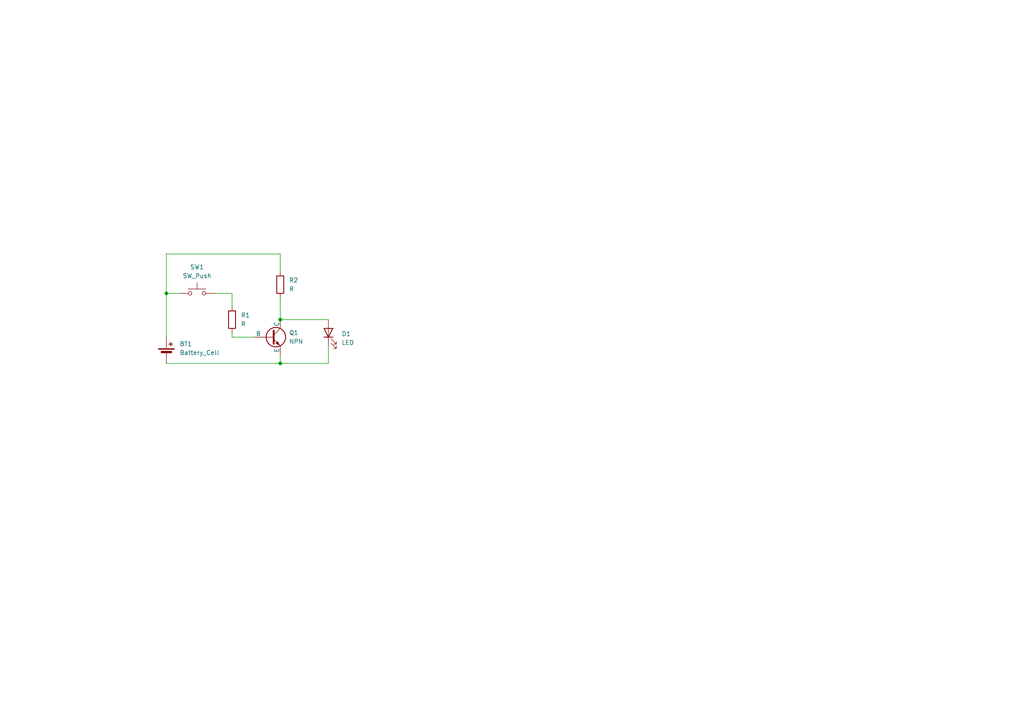
<source format=kicad_sch>
(kicad_sch
	(version 20250114)
	(generator "eeschema")
	(generator_version "9.0")
	(uuid "e9940643-e14e-4370-b4aa-6f67e724c5b5")
	(paper "A4")
	(lib_symbols
		(symbol "Device:Battery_Cell"
			(pin_numbers
				(hide yes)
			)
			(pin_names
				(offset 0)
				(hide yes)
			)
			(exclude_from_sim no)
			(in_bom yes)
			(on_board yes)
			(property "Reference" "BT"
				(at 2.54 2.54 0)
				(effects
					(font
						(size 1.27 1.27)
					)
					(justify left)
				)
			)
			(property "Value" "Battery_Cell"
				(at 2.54 0 0)
				(effects
					(font
						(size 1.27 1.27)
					)
					(justify left)
				)
			)
			(property "Footprint" ""
				(at 0 1.524 90)
				(effects
					(font
						(size 1.27 1.27)
					)
					(hide yes)
				)
			)
			(property "Datasheet" "~"
				(at 0 1.524 90)
				(effects
					(font
						(size 1.27 1.27)
					)
					(hide yes)
				)
			)
			(property "Description" "Single-cell battery"
				(at 0 0 0)
				(effects
					(font
						(size 1.27 1.27)
					)
					(hide yes)
				)
			)
			(property "ki_keywords" "battery cell"
				(at 0 0 0)
				(effects
					(font
						(size 1.27 1.27)
					)
					(hide yes)
				)
			)
			(symbol "Battery_Cell_0_1"
				(rectangle
					(start -2.286 1.778)
					(end 2.286 1.524)
					(stroke
						(width 0)
						(type default)
					)
					(fill
						(type outline)
					)
				)
				(rectangle
					(start -1.524 1.016)
					(end 1.524 0.508)
					(stroke
						(width 0)
						(type default)
					)
					(fill
						(type outline)
					)
				)
				(polyline
					(pts
						(xy 0 1.778) (xy 0 2.54)
					)
					(stroke
						(width 0)
						(type default)
					)
					(fill
						(type none)
					)
				)
				(polyline
					(pts
						(xy 0 0.762) (xy 0 0)
					)
					(stroke
						(width 0)
						(type default)
					)
					(fill
						(type none)
					)
				)
				(polyline
					(pts
						(xy 0.762 3.048) (xy 1.778 3.048)
					)
					(stroke
						(width 0.254)
						(type default)
					)
					(fill
						(type none)
					)
				)
				(polyline
					(pts
						(xy 1.27 3.556) (xy 1.27 2.54)
					)
					(stroke
						(width 0.254)
						(type default)
					)
					(fill
						(type none)
					)
				)
			)
			(symbol "Battery_Cell_1_1"
				(pin passive line
					(at 0 5.08 270)
					(length 2.54)
					(name "+"
						(effects
							(font
								(size 1.27 1.27)
							)
						)
					)
					(number "1"
						(effects
							(font
								(size 1.27 1.27)
							)
						)
					)
				)
				(pin passive line
					(at 0 -2.54 90)
					(length 2.54)
					(name "-"
						(effects
							(font
								(size 1.27 1.27)
							)
						)
					)
					(number "2"
						(effects
							(font
								(size 1.27 1.27)
							)
						)
					)
				)
			)
			(embedded_fonts no)
		)
		(symbol "Device:LED"
			(pin_numbers
				(hide yes)
			)
			(pin_names
				(offset 1.016)
				(hide yes)
			)
			(exclude_from_sim no)
			(in_bom yes)
			(on_board yes)
			(property "Reference" "D"
				(at 0 2.54 0)
				(effects
					(font
						(size 1.27 1.27)
					)
				)
			)
			(property "Value" "LED"
				(at 0 -2.54 0)
				(effects
					(font
						(size 1.27 1.27)
					)
				)
			)
			(property "Footprint" ""
				(at 0 0 0)
				(effects
					(font
						(size 1.27 1.27)
					)
					(hide yes)
				)
			)
			(property "Datasheet" "~"
				(at 0 0 0)
				(effects
					(font
						(size 1.27 1.27)
					)
					(hide yes)
				)
			)
			(property "Description" "Light emitting diode"
				(at 0 0 0)
				(effects
					(font
						(size 1.27 1.27)
					)
					(hide yes)
				)
			)
			(property "Sim.Pins" "1=K 2=A"
				(at 0 0 0)
				(effects
					(font
						(size 1.27 1.27)
					)
					(hide yes)
				)
			)
			(property "ki_keywords" "LED diode"
				(at 0 0 0)
				(effects
					(font
						(size 1.27 1.27)
					)
					(hide yes)
				)
			)
			(property "ki_fp_filters" "LED* LED_SMD:* LED_THT:*"
				(at 0 0 0)
				(effects
					(font
						(size 1.27 1.27)
					)
					(hide yes)
				)
			)
			(symbol "LED_0_1"
				(polyline
					(pts
						(xy -3.048 -0.762) (xy -4.572 -2.286) (xy -3.81 -2.286) (xy -4.572 -2.286) (xy -4.572 -1.524)
					)
					(stroke
						(width 0)
						(type default)
					)
					(fill
						(type none)
					)
				)
				(polyline
					(pts
						(xy -1.778 -0.762) (xy -3.302 -2.286) (xy -2.54 -2.286) (xy -3.302 -2.286) (xy -3.302 -1.524)
					)
					(stroke
						(width 0)
						(type default)
					)
					(fill
						(type none)
					)
				)
				(polyline
					(pts
						(xy -1.27 0) (xy 1.27 0)
					)
					(stroke
						(width 0)
						(type default)
					)
					(fill
						(type none)
					)
				)
				(polyline
					(pts
						(xy -1.27 -1.27) (xy -1.27 1.27)
					)
					(stroke
						(width 0.254)
						(type default)
					)
					(fill
						(type none)
					)
				)
				(polyline
					(pts
						(xy 1.27 -1.27) (xy 1.27 1.27) (xy -1.27 0) (xy 1.27 -1.27)
					)
					(stroke
						(width 0.254)
						(type default)
					)
					(fill
						(type none)
					)
				)
			)
			(symbol "LED_1_1"
				(pin passive line
					(at -3.81 0 0)
					(length 2.54)
					(name "K"
						(effects
							(font
								(size 1.27 1.27)
							)
						)
					)
					(number "1"
						(effects
							(font
								(size 1.27 1.27)
							)
						)
					)
				)
				(pin passive line
					(at 3.81 0 180)
					(length 2.54)
					(name "A"
						(effects
							(font
								(size 1.27 1.27)
							)
						)
					)
					(number "2"
						(effects
							(font
								(size 1.27 1.27)
							)
						)
					)
				)
			)
			(embedded_fonts no)
		)
		(symbol "Device:R"
			(pin_numbers
				(hide yes)
			)
			(pin_names
				(offset 0)
			)
			(exclude_from_sim no)
			(in_bom yes)
			(on_board yes)
			(property "Reference" "R"
				(at 2.032 0 90)
				(effects
					(font
						(size 1.27 1.27)
					)
				)
			)
			(property "Value" "R"
				(at 0 0 90)
				(effects
					(font
						(size 1.27 1.27)
					)
				)
			)
			(property "Footprint" ""
				(at -1.778 0 90)
				(effects
					(font
						(size 1.27 1.27)
					)
					(hide yes)
				)
			)
			(property "Datasheet" "~"
				(at 0 0 0)
				(effects
					(font
						(size 1.27 1.27)
					)
					(hide yes)
				)
			)
			(property "Description" "Resistor"
				(at 0 0 0)
				(effects
					(font
						(size 1.27 1.27)
					)
					(hide yes)
				)
			)
			(property "ki_keywords" "R res resistor"
				(at 0 0 0)
				(effects
					(font
						(size 1.27 1.27)
					)
					(hide yes)
				)
			)
			(property "ki_fp_filters" "R_*"
				(at 0 0 0)
				(effects
					(font
						(size 1.27 1.27)
					)
					(hide yes)
				)
			)
			(symbol "R_0_1"
				(rectangle
					(start -1.016 -2.54)
					(end 1.016 2.54)
					(stroke
						(width 0.254)
						(type default)
					)
					(fill
						(type none)
					)
				)
			)
			(symbol "R_1_1"
				(pin passive line
					(at 0 3.81 270)
					(length 1.27)
					(name "~"
						(effects
							(font
								(size 1.27 1.27)
							)
						)
					)
					(number "1"
						(effects
							(font
								(size 1.27 1.27)
							)
						)
					)
				)
				(pin passive line
					(at 0 -3.81 90)
					(length 1.27)
					(name "~"
						(effects
							(font
								(size 1.27 1.27)
							)
						)
					)
					(number "2"
						(effects
							(font
								(size 1.27 1.27)
							)
						)
					)
				)
			)
			(embedded_fonts no)
		)
		(symbol "Simulation_SPICE:NPN"
			(pin_numbers
				(hide yes)
			)
			(pin_names
				(offset 0)
			)
			(exclude_from_sim no)
			(in_bom yes)
			(on_board yes)
			(property "Reference" "Q"
				(at -2.54 7.62 0)
				(effects
					(font
						(size 1.27 1.27)
					)
				)
			)
			(property "Value" "NPN"
				(at -2.54 5.08 0)
				(effects
					(font
						(size 1.27 1.27)
					)
				)
			)
			(property "Footprint" ""
				(at 63.5 0 0)
				(effects
					(font
						(size 1.27 1.27)
					)
					(hide yes)
				)
			)
			(property "Datasheet" "https://ngspice.sourceforge.io/docs/ngspice-html-manual/manual.xhtml#cha_BJTs"
				(at 63.5 0 0)
				(effects
					(font
						(size 1.27 1.27)
					)
					(hide yes)
				)
			)
			(property "Description" "Bipolar transistor symbol for simulation only, substrate tied to the emitter"
				(at 0 0 0)
				(effects
					(font
						(size 1.27 1.27)
					)
					(hide yes)
				)
			)
			(property "Sim.Device" "NPN"
				(at 0 0 0)
				(effects
					(font
						(size 1.27 1.27)
					)
					(hide yes)
				)
			)
			(property "Sim.Type" "GUMMELPOON"
				(at 0 0 0)
				(effects
					(font
						(size 1.27 1.27)
					)
					(hide yes)
				)
			)
			(property "Sim.Pins" "1=C 2=B 3=E"
				(at 0 0 0)
				(effects
					(font
						(size 1.27 1.27)
					)
					(hide yes)
				)
			)
			(property "ki_keywords" "simulation"
				(at 0 0 0)
				(effects
					(font
						(size 1.27 1.27)
					)
					(hide yes)
				)
			)
			(symbol "NPN_0_1"
				(polyline
					(pts
						(xy -2.54 0) (xy 0.635 0)
					)
					(stroke
						(width 0.1524)
						(type default)
					)
					(fill
						(type none)
					)
				)
				(polyline
					(pts
						(xy 0.635 1.905) (xy 0.635 -1.905) (xy 0.635 -1.905)
					)
					(stroke
						(width 0.508)
						(type default)
					)
					(fill
						(type none)
					)
				)
				(polyline
					(pts
						(xy 0.635 0.635) (xy 2.54 2.54)
					)
					(stroke
						(width 0)
						(type default)
					)
					(fill
						(type none)
					)
				)
				(polyline
					(pts
						(xy 0.635 -0.635) (xy 2.54 -2.54) (xy 2.54 -2.54)
					)
					(stroke
						(width 0)
						(type default)
					)
					(fill
						(type none)
					)
				)
				(circle
					(center 1.27 0)
					(radius 2.8194)
					(stroke
						(width 0.254)
						(type default)
					)
					(fill
						(type none)
					)
				)
				(polyline
					(pts
						(xy 1.27 -1.778) (xy 1.778 -1.27) (xy 2.286 -2.286) (xy 1.27 -1.778) (xy 1.27 -1.778)
					)
					(stroke
						(width 0)
						(type default)
					)
					(fill
						(type outline)
					)
				)
				(polyline
					(pts
						(xy 2.794 -1.27) (xy 2.794 -1.27)
					)
					(stroke
						(width 0.1524)
						(type default)
					)
					(fill
						(type none)
					)
				)
				(polyline
					(pts
						(xy 2.794 -1.27) (xy 2.794 -1.27)
					)
					(stroke
						(width 0.1524)
						(type default)
					)
					(fill
						(type none)
					)
				)
			)
			(symbol "NPN_1_1"
				(pin input line
					(at -5.08 0 0)
					(length 2.54)
					(name "B"
						(effects
							(font
								(size 1.27 1.27)
							)
						)
					)
					(number "2"
						(effects
							(font
								(size 1.27 1.27)
							)
						)
					)
				)
				(pin open_collector line
					(at 2.54 5.08 270)
					(length 2.54)
					(name "C"
						(effects
							(font
								(size 1.27 1.27)
							)
						)
					)
					(number "1"
						(effects
							(font
								(size 1.27 1.27)
							)
						)
					)
				)
				(pin open_emitter line
					(at 2.54 -5.08 90)
					(length 2.54)
					(name "E"
						(effects
							(font
								(size 1.27 1.27)
							)
						)
					)
					(number "3"
						(effects
							(font
								(size 1.27 1.27)
							)
						)
					)
				)
			)
			(embedded_fonts no)
		)
		(symbol "Switch:SW_Push"
			(pin_numbers
				(hide yes)
			)
			(pin_names
				(offset 1.016)
				(hide yes)
			)
			(exclude_from_sim no)
			(in_bom yes)
			(on_board yes)
			(property "Reference" "SW"
				(at 1.27 2.54 0)
				(effects
					(font
						(size 1.27 1.27)
					)
					(justify left)
				)
			)
			(property "Value" "SW_Push"
				(at 0 -1.524 0)
				(effects
					(font
						(size 1.27 1.27)
					)
				)
			)
			(property "Footprint" ""
				(at 0 5.08 0)
				(effects
					(font
						(size 1.27 1.27)
					)
					(hide yes)
				)
			)
			(property "Datasheet" "~"
				(at 0 5.08 0)
				(effects
					(font
						(size 1.27 1.27)
					)
					(hide yes)
				)
			)
			(property "Description" "Push button switch, generic, two pins"
				(at 0 0 0)
				(effects
					(font
						(size 1.27 1.27)
					)
					(hide yes)
				)
			)
			(property "ki_keywords" "switch normally-open pushbutton push-button"
				(at 0 0 0)
				(effects
					(font
						(size 1.27 1.27)
					)
					(hide yes)
				)
			)
			(symbol "SW_Push_0_1"
				(circle
					(center -2.032 0)
					(radius 0.508)
					(stroke
						(width 0)
						(type default)
					)
					(fill
						(type none)
					)
				)
				(polyline
					(pts
						(xy 0 1.27) (xy 0 3.048)
					)
					(stroke
						(width 0)
						(type default)
					)
					(fill
						(type none)
					)
				)
				(circle
					(center 2.032 0)
					(radius 0.508)
					(stroke
						(width 0)
						(type default)
					)
					(fill
						(type none)
					)
				)
				(polyline
					(pts
						(xy 2.54 1.27) (xy -2.54 1.27)
					)
					(stroke
						(width 0)
						(type default)
					)
					(fill
						(type none)
					)
				)
				(pin passive line
					(at -5.08 0 0)
					(length 2.54)
					(name "1"
						(effects
							(font
								(size 1.27 1.27)
							)
						)
					)
					(number "1"
						(effects
							(font
								(size 1.27 1.27)
							)
						)
					)
				)
				(pin passive line
					(at 5.08 0 180)
					(length 2.54)
					(name "2"
						(effects
							(font
								(size 1.27 1.27)
							)
						)
					)
					(number "2"
						(effects
							(font
								(size 1.27 1.27)
							)
						)
					)
				)
			)
			(embedded_fonts no)
		)
	)
	(junction
		(at 81.28 92.71)
		(diameter 0)
		(color 0 0 0 0)
		(uuid "e7dcceab-1d1f-4804-989e-e29e0271c71a")
	)
	(junction
		(at 81.28 105.41)
		(diameter 0)
		(color 0 0 0 0)
		(uuid "f00feec8-20cd-45e3-9bc3-5bd3f02bcc71")
	)
	(junction
		(at 48.26 85.09)
		(diameter 0)
		(color 0 0 0 0)
		(uuid "f9a31507-0f92-459f-8344-99305870766b")
	)
	(wire
		(pts
			(xy 81.28 102.87) (xy 81.28 105.41)
		)
		(stroke
			(width 0)
			(type default)
		)
		(uuid "0886c489-b183-4aaf-833d-893075783a13")
	)
	(wire
		(pts
			(xy 81.28 92.71) (xy 95.25 92.71)
		)
		(stroke
			(width 0)
			(type default)
		)
		(uuid "1a6bae55-4868-4b38-8836-79e50a78567c")
	)
	(wire
		(pts
			(xy 62.23 85.09) (xy 67.31 85.09)
		)
		(stroke
			(width 0)
			(type default)
		)
		(uuid "29bbf957-5115-4387-baa8-32392b24a086")
	)
	(wire
		(pts
			(xy 48.26 97.79) (xy 48.26 85.09)
		)
		(stroke
			(width 0)
			(type default)
		)
		(uuid "57d65a20-a213-44fc-95f0-cd57cb9028e3")
	)
	(wire
		(pts
			(xy 81.28 86.36) (xy 81.28 92.71)
		)
		(stroke
			(width 0)
			(type default)
		)
		(uuid "736d14bb-7ed3-4e7a-9a41-d458c5c0b02d")
	)
	(wire
		(pts
			(xy 67.31 85.09) (xy 67.31 88.9)
		)
		(stroke
			(width 0)
			(type default)
		)
		(uuid "a50af194-597b-4df9-9518-6c78ee6c3e22")
	)
	(wire
		(pts
			(xy 81.28 73.66) (xy 81.28 78.74)
		)
		(stroke
			(width 0)
			(type default)
		)
		(uuid "a7717fbb-46c9-4538-86e2-cf511f1663fb")
	)
	(wire
		(pts
			(xy 81.28 105.41) (xy 48.26 105.41)
		)
		(stroke
			(width 0)
			(type default)
		)
		(uuid "ab5b9c78-08df-42bf-8766-f6d39f6caaba")
	)
	(wire
		(pts
			(xy 48.26 73.66) (xy 81.28 73.66)
		)
		(stroke
			(width 0)
			(type default)
		)
		(uuid "ad419de7-e449-4fc4-866b-cbe83a9eddc3")
	)
	(wire
		(pts
			(xy 67.31 97.79) (xy 73.66 97.79)
		)
		(stroke
			(width 0)
			(type default)
		)
		(uuid "be2292e3-e947-48c4-9728-76ad1b0f4c77")
	)
	(wire
		(pts
			(xy 48.26 85.09) (xy 48.26 73.66)
		)
		(stroke
			(width 0)
			(type default)
		)
		(uuid "bf9e60e5-9803-42aa-9f65-4ff0e2869198")
	)
	(wire
		(pts
			(xy 67.31 96.52) (xy 67.31 97.79)
		)
		(stroke
			(width 0)
			(type default)
		)
		(uuid "d8c20cd3-c98d-497f-b2af-9d8b0262cb35")
	)
	(wire
		(pts
			(xy 48.26 85.09) (xy 52.07 85.09)
		)
		(stroke
			(width 0)
			(type default)
		)
		(uuid "e6ebc7b5-6786-4f87-9747-a3db5c990bcb")
	)
	(wire
		(pts
			(xy 95.25 100.33) (xy 95.25 105.41)
		)
		(stroke
			(width 0)
			(type default)
		)
		(uuid "f58ff99a-17c1-473d-913b-82e777e9cf30")
	)
	(wire
		(pts
			(xy 95.25 105.41) (xy 81.28 105.41)
		)
		(stroke
			(width 0)
			(type default)
		)
		(uuid "f634adf1-f566-447e-9817-be34b659ff49")
	)
	(symbol
		(lib_id "Switch:SW_Push")
		(at 57.15 85.09 0)
		(unit 1)
		(exclude_from_sim no)
		(in_bom yes)
		(on_board yes)
		(dnp no)
		(fields_autoplaced yes)
		(uuid "29d38847-ab15-4c4f-b604-47e3c103df67")
		(property "Reference" "SW1"
			(at 57.15 77.47 0)
			(effects
				(font
					(size 1.27 1.27)
				)
			)
		)
		(property "Value" "SW_Push"
			(at 57.15 80.01 0)
			(effects
				(font
					(size 1.27 1.27)
				)
			)
		)
		(property "Footprint" "Button_Switch_THT:SW_PUSH_6mm"
			(at 57.15 80.01 0)
			(effects
				(font
					(size 1.27 1.27)
				)
				(hide yes)
			)
		)
		(property "Datasheet" "~"
			(at 57.15 80.01 0)
			(effects
				(font
					(size 1.27 1.27)
				)
				(hide yes)
			)
		)
		(property "Description" "Push button switch, generic, two pins"
			(at 57.15 85.09 0)
			(effects
				(font
					(size 1.27 1.27)
				)
				(hide yes)
			)
		)
		(pin "1"
			(uuid "2d6ebd43-2a5c-4adb-b370-7c7bffd37fb2")
		)
		(pin "2"
			(uuid "319a42f3-2834-4f73-8a1f-83cdb7be23e6")
		)
		(instances
			(project ""
				(path "/e9940643-e14e-4370-b4aa-6f67e724c5b5"
					(reference "SW1")
					(unit 1)
				)
			)
		)
	)
	(symbol
		(lib_id "Device:LED")
		(at 95.25 96.52 90)
		(unit 1)
		(exclude_from_sim no)
		(in_bom yes)
		(on_board yes)
		(dnp no)
		(fields_autoplaced yes)
		(uuid "2b9b707d-d756-4575-be1a-36d9420757c0")
		(property "Reference" "D1"
			(at 99.06 96.8374 90)
			(effects
				(font
					(size 1.27 1.27)
				)
				(justify right)
			)
		)
		(property "Value" "LED"
			(at 99.06 99.3774 90)
			(effects
				(font
					(size 1.27 1.27)
				)
				(justify right)
			)
		)
		(property "Footprint" "LED_THT:LED_D5.0mm"
			(at 95.25 96.52 0)
			(effects
				(font
					(size 1.27 1.27)
				)
				(hide yes)
			)
		)
		(property "Datasheet" "~"
			(at 95.25 96.52 0)
			(effects
				(font
					(size 1.27 1.27)
				)
				(hide yes)
			)
		)
		(property "Description" "Light emitting diode"
			(at 95.25 96.52 0)
			(effects
				(font
					(size 1.27 1.27)
				)
				(hide yes)
			)
		)
		(property "Sim.Pins" "1=K 2=A"
			(at 95.25 96.52 0)
			(effects
				(font
					(size 1.27 1.27)
				)
				(hide yes)
			)
		)
		(pin "1"
			(uuid "2d1018b1-b99c-46f5-b3cc-e37b4a2e7089")
		)
		(pin "2"
			(uuid "e99b8875-f9b5-458e-9033-15ff49e9fca8")
		)
		(instances
			(project ""
				(path "/e9940643-e14e-4370-b4aa-6f67e724c5b5"
					(reference "D1")
					(unit 1)
				)
			)
		)
	)
	(symbol
		(lib_id "Simulation_SPICE:NPN")
		(at 78.74 97.79 0)
		(unit 1)
		(exclude_from_sim no)
		(in_bom yes)
		(on_board yes)
		(dnp no)
		(fields_autoplaced yes)
		(uuid "46c754da-9d96-49f8-a4d4-0874fb2ac6d5")
		(property "Reference" "Q1"
			(at 83.82 96.5199 0)
			(effects
				(font
					(size 1.27 1.27)
				)
				(justify left)
			)
		)
		(property "Value" "NPN"
			(at 83.82 99.0599 0)
			(effects
				(font
					(size 1.27 1.27)
				)
				(justify left)
			)
		)
		(property "Footprint" "Package_TO_SOT_THT:TO-92L_HandSolder"
			(at 142.24 97.79 0)
			(effects
				(font
					(size 1.27 1.27)
				)
				(hide yes)
			)
		)
		(property "Datasheet" "https://ngspice.sourceforge.io/docs/ngspice-html-manual/manual.xhtml#cha_BJTs"
			(at 142.24 97.79 0)
			(effects
				(font
					(size 1.27 1.27)
				)
				(hide yes)
			)
		)
		(property "Description" "Bipolar transistor symbol for simulation only, substrate tied to the emitter"
			(at 78.74 97.79 0)
			(effects
				(font
					(size 1.27 1.27)
				)
				(hide yes)
			)
		)
		(property "Sim.Device" "NPN"
			(at 78.74 97.79 0)
			(effects
				(font
					(size 1.27 1.27)
				)
				(hide yes)
			)
		)
		(property "Sim.Type" "GUMMELPOON"
			(at 78.74 97.79 0)
			(effects
				(font
					(size 1.27 1.27)
				)
				(hide yes)
			)
		)
		(property "Sim.Pins" "1=C 2=B 3=E"
			(at 78.74 97.79 0)
			(effects
				(font
					(size 1.27 1.27)
				)
				(hide yes)
			)
		)
		(pin "2"
			(uuid "07401eb7-f11f-4496-b5b9-6561ef11946e")
		)
		(pin "1"
			(uuid "05ca0129-a0b3-440b-a296-8316b3762262")
		)
		(pin "3"
			(uuid "d27c3259-7361-48d9-8788-4dee10bb67ec")
		)
		(instances
			(project ""
				(path "/e9940643-e14e-4370-b4aa-6f67e724c5b5"
					(reference "Q1")
					(unit 1)
				)
			)
		)
	)
	(symbol
		(lib_id "Device:R")
		(at 81.28 82.55 0)
		(unit 1)
		(exclude_from_sim no)
		(in_bom yes)
		(on_board yes)
		(dnp no)
		(fields_autoplaced yes)
		(uuid "ba735ec5-f7f6-4549-823e-fbeb83f4263f")
		(property "Reference" "R2"
			(at 83.82 81.2799 0)
			(effects
				(font
					(size 1.27 1.27)
				)
				(justify left)
			)
		)
		(property "Value" "R"
			(at 83.82 83.8199 0)
			(effects
				(font
					(size 1.27 1.27)
				)
				(justify left)
			)
		)
		(property "Footprint" "Resistor_THT:R_Axial_DIN0207_L6.3mm_D2.5mm_P7.62mm_Horizontal"
			(at 79.502 82.55 90)
			(effects
				(font
					(size 1.27 1.27)
				)
				(hide yes)
			)
		)
		(property "Datasheet" "~"
			(at 81.28 82.55 0)
			(effects
				(font
					(size 1.27 1.27)
				)
				(hide yes)
			)
		)
		(property "Description" "Resistor"
			(at 81.28 82.55 0)
			(effects
				(font
					(size 1.27 1.27)
				)
				(hide yes)
			)
		)
		(pin "2"
			(uuid "0d50370a-fe19-4bd8-a130-2a15f514d674")
		)
		(pin "1"
			(uuid "5fa196f8-cfe2-47ac-848e-08a5762a8d29")
		)
		(instances
			(project ""
				(path "/e9940643-e14e-4370-b4aa-6f67e724c5b5"
					(reference "R2")
					(unit 1)
				)
			)
		)
	)
	(symbol
		(lib_id "Device:R")
		(at 67.31 92.71 0)
		(unit 1)
		(exclude_from_sim no)
		(in_bom yes)
		(on_board yes)
		(dnp no)
		(fields_autoplaced yes)
		(uuid "bc2fd5b2-e84c-4fbf-b3f0-94bd0ddc09f5")
		(property "Reference" "R1"
			(at 69.85 91.4399 0)
			(effects
				(font
					(size 1.27 1.27)
				)
				(justify left)
			)
		)
		(property "Value" "R"
			(at 69.85 93.9799 0)
			(effects
				(font
					(size 1.27 1.27)
				)
				(justify left)
			)
		)
		(property "Footprint" "Resistor_THT:R_Axial_DIN0207_L6.3mm_D2.5mm_P7.62mm_Horizontal"
			(at 65.532 92.71 90)
			(effects
				(font
					(size 1.27 1.27)
				)
				(hide yes)
			)
		)
		(property "Datasheet" "~"
			(at 67.31 92.71 0)
			(effects
				(font
					(size 1.27 1.27)
				)
				(hide yes)
			)
		)
		(property "Description" "Resistor"
			(at 67.31 92.71 0)
			(effects
				(font
					(size 1.27 1.27)
				)
				(hide yes)
			)
		)
		(pin "1"
			(uuid "0730ca82-c96e-4125-8a4e-30b77cb2bedd")
		)
		(pin "2"
			(uuid "9bbf96f5-6aa8-44eb-9fa8-d6d4090e7afd")
		)
		(instances
			(project ""
				(path "/e9940643-e14e-4370-b4aa-6f67e724c5b5"
					(reference "R1")
					(unit 1)
				)
			)
		)
	)
	(symbol
		(lib_id "Device:Battery_Cell")
		(at 48.26 102.87 0)
		(unit 1)
		(exclude_from_sim no)
		(in_bom yes)
		(on_board yes)
		(dnp no)
		(fields_autoplaced yes)
		(uuid "c57c5551-c00f-458a-b983-4f81a0cdc1b1")
		(property "Reference" "BT1"
			(at 52.07 99.7584 0)
			(effects
				(font
					(size 1.27 1.27)
				)
				(justify left)
			)
		)
		(property "Value" "Battery_Cell"
			(at 52.07 102.2984 0)
			(effects
				(font
					(size 1.27 1.27)
				)
				(justify left)
			)
		)
		(property "Footprint" "Battery:BatteryHolder_Keystone_3034_1x20mm"
			(at 48.26 101.346 90)
			(effects
				(font
					(size 1.27 1.27)
				)
				(hide yes)
			)
		)
		(property "Datasheet" "~"
			(at 48.26 101.346 90)
			(effects
				(font
					(size 1.27 1.27)
				)
				(hide yes)
			)
		)
		(property "Description" "Single-cell battery"
			(at 48.26 102.87 0)
			(effects
				(font
					(size 1.27 1.27)
				)
				(hide yes)
			)
		)
		(pin "1"
			(uuid "76d1ddcd-f785-43e8-a1ac-47b0da7d8318")
		)
		(pin "2"
			(uuid "bc366dbc-357e-4b80-a362-bb9e0c9dc340")
		)
		(instances
			(project ""
				(path "/e9940643-e14e-4370-b4aa-6f67e724c5b5"
					(reference "BT1")
					(unit 1)
				)
			)
		)
	)
	(sheet_instances
		(path "/"
			(page "1")
		)
	)
	(embedded_fonts no)
)

</source>
